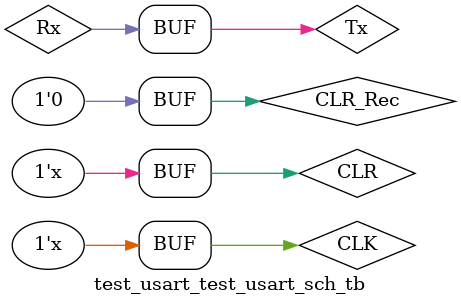
<source format=v>

`timescale 1ns / 1ps

module test_usart_test_usart_sch_tb();

// Inputs
   reg CLK;
   wire CLK_B;
   reg CLR;
   wire  Rx;
   reg [7:0] Data_Tx;
	reg CLR_Rec;
// Output
   wire Tx;
   wire parity_err;
   wire [7:0] Data_Rx;
	wire Data_Ready;

// Bidirs

// Instantiate the UUT
   test_usart UUT (
		.Tx(Tx), 
		.CLK(CLK), 
		.CLK_B(CLK_B), 
		.CLR(CLR), 
		.Rx(Rx), 
		.Data_Tx(Data_Tx), 
		.parity_err(parity_err), 
		.Data_Rx(Data_Rx),
		.CLR_Rec(CLR_Rec),
		.Data_Ready(Data_Ready)
   );
// Initialize Inputs

   initial begin
	CLR = 0;
	CLR_Rec = 0;
	#100;
		CLK = 0;
		CLR = 1;
		CLR_Rec = 1;
		Data_Tx = 00;
		#1000;
		CLR = 0;
		CLR_Rec = 0;
   end
		
		assign Rx = Tx;
		
	always begin
		 CLK =~CLK;
		 #10;
		 end

 	always begin
		#6009;
		CLR = ~CLR;
   end
	
	always @(posedge CLR)
	begin
	Data_Tx = Data_Tx + 1;
	end
endmodule

</source>
